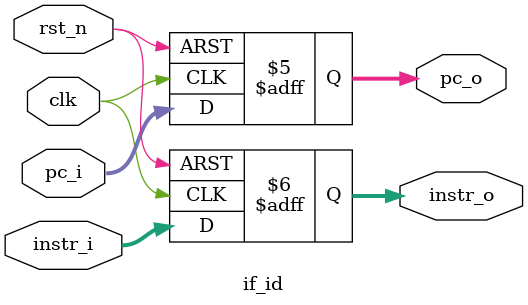
<source format=v>

module if_id (
    input               clk,
    input               rst_n,

    // instr
    input  [31:0]       instr_i,
    output reg [31:0]   instr_o,
    // pc
    input  [31:0]       pc_i,
    output reg [31:0]   pc_o
);

    // instr    
    always @(posedge clk or negedge rst_n) begin
        if(!rst_n) begin
            instr_o <= 'b0;
        end
        else begin
            instr_o <= instr_i;
        end
    end

    // pc
    always @(posedge clk or negedge rst_n) begin
        if(!rst_n) begin
            pc_o <= 'b0;
        end
        else begin
            pc_o <= pc_i;
        end
    end

endmodule //if_id


</source>
